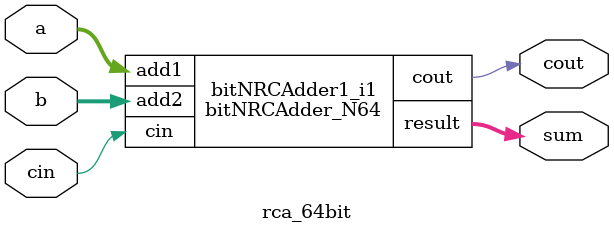
<source format=v>
/*
###############################################################
#  Generated by:      Cadence Encounter 14.26-s039_1
#  OS:                Linux x86_64(Host ID EEX052)
#  Generated on:      Fri Apr 23 23:17:04 2021
#  Design:            rca_64bit
#  Command:           saveNetlist results/rca_64bit.routed.v
###############################################################
*/
module bit1adder_0 (
	g, 
	p, 
	cin, 
	outbit, 
	count);
   input g;
   input p;
   input cin;
   output outbit;
   output count;

   // Internal wires
   wire n1;
   wire n2;
   wire n3;

   XOR2_X1 U3 (.Z(outbit),
	.B(cin),
	.A(p));
   OAI21_X1 U1 (.ZN(count),
	.B2(n2),
	.B1(n1),
	.A(n3));
   INV_X1 U2 (.ZN(n1),
	.A(p));
   INV_X1 U4 (.ZN(n2),
	.A(cin));
   INV_X1 U5 (.ZN(n3),
	.A(g));
endmodule

module bit1adder_1 (
	g, 
	p, 
	cin, 
	outbit, 
	count);
   input g;
   input p;
   input cin;
   output outbit;
   output count;

   // Internal wires
   wire n1;
   wire n2;
   wire n3;

   INV_X1 U1 (.ZN(n3),
	.A(p));
   OAI21_X1 U2 (.ZN(count),
	.B2(n3),
	.B1(n1),
	.A(n2));
   INV_X1 U3 (.ZN(n1),
	.A(cin));
   INV_X1 U4 (.ZN(n2),
	.A(g));
   XNOR2_X1 U5 (.ZN(outbit),
	.B(n3),
	.A(cin));
endmodule

module bit1adder_2 (
	g, 
	p, 
	cin, 
	outbit, 
	count);
   input g;
   input p;
   input cin;
   output outbit;
   output count;

   // Internal wires
   wire n3;
   wire n4;
   wire n5;

   OAI21_X1 U1 (.ZN(count),
	.B2(n3),
	.B1(cin),
	.A(n4));
   INV_X1 U2 (.ZN(n3),
	.A(p));
   INV_X1 U3 (.ZN(n4),
	.A(g));
   INV_X1 U5 (.ZN(n5),
	.A(cin));
   XNOR2_X1 U6 (.ZN(outbit),
	.B(n5),
	.A(n3));
endmodule

module bit1adder_3 (
	g, 
	p, 
	cin, 
	outbit, 
	count);
   input g;
   input p;
   input cin;
   output outbit;
   output count;

   XOR2_X1 U3 (.Z(outbit),
	.B(cin),
	.A(p));
   AOI21_X1 U2 (.ZN(count),
	.B2(p),
	.B1(cin),
	.A(g));
endmodule

module bit1adder_4 (
	g, 
	p, 
	cin, 
	outbit, 
	count);
   input g;
   input p;
   input cin;
   output outbit;
   output count;

   // Internal wires
   wire n1;
   wire n2;
   wire n3;

   XOR2_X1 U3 (.Z(outbit),
	.B(cin),
	.A(p));
   OAI21_X1 U1 (.ZN(count),
	.B2(n2),
	.B1(n1),
	.A(n3));
   INV_X1 U2 (.ZN(n1),
	.A(cin));
   INV_X1 U4 (.ZN(n2),
	.A(p));
   INV_X1 U5 (.ZN(n3),
	.A(g));
endmodule

module bit1adder_5 (
	g, 
	p, 
	cin, 
	outbit, 
	count);
   input g;
   input p;
   input cin;
   output outbit;
   output count;

   // Internal wires
   wire n3;

   AOI21_X1 U2 (.ZN(n3),
	.B2(p),
	.B1(cin),
	.A(g));
   XOR2_X1 U3 (.Z(outbit),
	.B(cin),
	.A(p));
   INV_X1 U4 (.ZN(count),
	.A(n3));
endmodule

module bit1adder_6 (
	g, 
	p, 
	cin, 
	outbit, 
	count);
   input g;
   input p;
   input cin;
   output outbit;
   output count;

   // Internal wires
   wire n1;
   wire n2;
   wire n3;

   XOR2_X1 U3 (.Z(outbit),
	.B(cin),
	.A(p));
   OAI21_X1 U1 (.ZN(count),
	.B2(n2),
	.B1(n1),
	.A(n3));
   INV_X1 U2 (.ZN(n1),
	.A(cin));
   INV_X1 U4 (.ZN(n2),
	.A(p));
   INV_X1 U5 (.ZN(n3),
	.A(g));
endmodule

module bit1adder_7 (
	g, 
	p, 
	cin, 
	outbit, 
	count);
   input g;
   input p;
   input cin;
   output outbit;
   output count;

   // Internal wires
   wire n3;

   AOI21_X1 U2 (.ZN(n3),
	.B2(p),
	.B1(cin),
	.A(g));
   XOR2_X1 U3 (.Z(outbit),
	.B(cin),
	.A(p));
   INV_X1 U4 (.ZN(count),
	.A(n3));
endmodule

module bit1adder_8 (
	g, 
	p, 
	cin, 
	outbit, 
	count);
   input g;
   input p;
   input cin;
   output outbit;
   output count;

   // Internal wires
   wire n1;
   wire n2;
   wire n3;

   XOR2_X1 U3 (.Z(outbit),
	.B(cin),
	.A(p));
   OAI21_X1 U1 (.ZN(count),
	.B2(n2),
	.B1(n1),
	.A(n3));
   INV_X1 U2 (.ZN(n1),
	.A(cin));
   INV_X1 U4 (.ZN(n2),
	.A(p));
   INV_X1 U5 (.ZN(n3),
	.A(g));
endmodule

module bit1adder_9 (
	g, 
	p, 
	cin, 
	outbit, 
	count);
   input g;
   input p;
   input cin;
   output outbit;
   output count;

   // Internal wires
   wire n3;

   AOI21_X1 U2 (.ZN(n3),
	.B2(p),
	.B1(cin),
	.A(g));
   XOR2_X1 U3 (.Z(outbit),
	.B(cin),
	.A(p));
   INV_X1 U4 (.ZN(count),
	.A(n3));
endmodule

module bit1adder_10 (
	g, 
	p, 
	cin, 
	outbit, 
	count);
   input g;
   input p;
   input cin;
   output outbit;
   output count;

   // Internal wires
   wire n1;
   wire n2;
   wire n3;

   XOR2_X1 U3 (.Z(outbit),
	.B(cin),
	.A(p));
   OAI21_X1 U1 (.ZN(count),
	.B2(n2),
	.B1(n1),
	.A(n3));
   INV_X1 U2 (.ZN(n1),
	.A(cin));
   INV_X1 U4 (.ZN(n2),
	.A(p));
   INV_X1 U5 (.ZN(n3),
	.A(g));
endmodule

module bit1adder_11 (
	g, 
	p, 
	cin, 
	outbit, 
	count);
   input g;
   input p;
   input cin;
   output outbit;
   output count;

   // Internal wires
   wire n3;

   AOI21_X1 U2 (.ZN(n3),
	.B2(p),
	.B1(cin),
	.A(g));
   XOR2_X1 U3 (.Z(outbit),
	.B(cin),
	.A(p));
   INV_X1 U4 (.ZN(count),
	.A(n3));
endmodule

module bit1adder_12 (
	g, 
	p, 
	cin, 
	outbit, 
	count);
   input g;
   input p;
   input cin;
   output outbit;
   output count;

   // Internal wires
   wire n1;
   wire n2;
   wire n3;

   XOR2_X1 U3 (.Z(outbit),
	.B(cin),
	.A(p));
   OAI21_X1 U1 (.ZN(count),
	.B2(n2),
	.B1(n1),
	.A(n3));
   INV_X1 U2 (.ZN(n1),
	.A(cin));
   INV_X1 U4 (.ZN(n2),
	.A(p));
   INV_X1 U5 (.ZN(n3),
	.A(g));
endmodule

module bit1adder_13 (
	g, 
	p, 
	cin, 
	outbit, 
	count);
   input g;
   input p;
   input cin;
   output outbit;
   output count;

   // Internal wires
   wire n3;

   XOR2_X1 U3 (.Z(outbit),
	.B(cin),
	.A(p));
   AOI21_X1 U2 (.ZN(n3),
	.B2(p),
	.B1(cin),
	.A(g));
   INV_X1 U4 (.ZN(count),
	.A(n3));
endmodule

module bit1adder_14 (
	g, 
	p, 
	cin, 
	outbit, 
	count);
   input g;
   input p;
   input cin;
   output outbit;
   output count;

   // Internal wires
   wire n1;
   wire n2;
   wire n3;

   XOR2_X1 U3 (.Z(outbit),
	.B(cin),
	.A(p));
   OAI21_X1 U1 (.ZN(count),
	.B2(n2),
	.B1(n1),
	.A(n3));
   INV_X1 U2 (.ZN(n1),
	.A(cin));
   INV_X1 U4 (.ZN(n2),
	.A(p));
   INV_X1 U5 (.ZN(n3),
	.A(g));
endmodule

module bit1adder_15 (
	g, 
	p, 
	cin, 
	outbit, 
	count);
   input g;
   input p;
   input cin;
   output outbit;
   output count;

   // Internal wires
   wire n3;

   AOI21_X1 U2 (.ZN(n3),
	.B2(p),
	.B1(cin),
	.A(g));
   XOR2_X1 U3 (.Z(outbit),
	.B(cin),
	.A(p));
   INV_X1 U4 (.ZN(count),
	.A(n3));
endmodule

module bit1adder_16 (
	g, 
	p, 
	cin, 
	outbit, 
	count);
   input g;
   input p;
   input cin;
   output outbit;
   output count;

   // Internal wires
   wire n1;

   XOR2_X1 U3 (.Z(outbit),
	.B(cin),
	.A(p));
   AOI21_X1 U1 (.ZN(n1),
	.B2(p),
	.B1(cin),
	.A(g));
   INV_X1 U2 (.ZN(count),
	.A(n1));
endmodule

module bit1adder_17 (
	g, 
	p, 
	cin, 
	outbit, 
	count);
   input g;
   input p;
   input cin;
   output outbit;
   output count;

   // Internal wires
   wire n3;

   AOI21_X1 U2 (.ZN(n3),
	.B2(p),
	.B1(cin),
	.A(g));
   XOR2_X1 U3 (.Z(outbit),
	.B(cin),
	.A(p));
   INV_X1 U4 (.ZN(count),
	.A(n3));
endmodule

module bit1adder_18 (
	g, 
	p, 
	cin, 
	outbit, 
	count);
   input g;
   input p;
   input cin;
   output outbit;
   output count;

   // Internal wires
   wire n3;

   XOR2_X1 U3 (.Z(outbit),
	.B(cin),
	.A(p));
   AOI21_X1 U2 (.ZN(n3),
	.B2(p),
	.B1(cin),
	.A(g));
   INV_X1 U4 (.ZN(count),
	.A(n3));
endmodule

module bit1adder_19 (
	g, 
	p, 
	cin, 
	outbit, 
	count);
   input g;
   input p;
   input cin;
   output outbit;
   output count;

   // Internal wires
   wire n3;

   AOI21_X1 U2 (.ZN(n3),
	.B2(p),
	.B1(cin),
	.A(g));
   XOR2_X1 U3 (.Z(outbit),
	.B(cin),
	.A(p));
   INV_X1 U4 (.ZN(count),
	.A(n3));
endmodule

module bit1adder_20 (
	g, 
	p, 
	cin, 
	outbit, 
	count);
   input g;
   input p;
   input cin;
   output outbit;
   output count;

   // Internal wires
   wire n3;

   AOI21_X1 U2 (.ZN(n3),
	.B2(p),
	.B1(cin),
	.A(g));
   XOR2_X1 U3 (.Z(outbit),
	.B(cin),
	.A(p));
   INV_X1 U4 (.ZN(count),
	.A(n3));
endmodule

module bit1adder_21 (
	g, 
	p, 
	cin, 
	outbit, 
	count);
   input g;
   input p;
   input cin;
   output outbit;
   output count;

   // Internal wires
   wire n3;

   AOI21_X1 U2 (.ZN(n3),
	.B2(p),
	.B1(cin),
	.A(g));
   XOR2_X1 U3 (.Z(outbit),
	.B(cin),
	.A(p));
   INV_X1 U4 (.ZN(count),
	.A(n3));
endmodule

module bit1adder_22 (
	g, 
	p, 
	cin, 
	outbit, 
	count);
   input g;
   input p;
   input cin;
   output outbit;
   output count;

   // Internal wires
   wire n3;

   AOI21_X1 U2 (.ZN(n3),
	.B2(p),
	.B1(cin),
	.A(g));
   XOR2_X1 U3 (.Z(outbit),
	.B(cin),
	.A(p));
   INV_X1 U4 (.ZN(count),
	.A(n3));
endmodule

module bit1adder_23 (
	g, 
	p, 
	cin, 
	outbit, 
	count);
   input g;
   input p;
   input cin;
   output outbit;
   output count;

   // Internal wires
   wire n3;

   XOR2_X1 U2 (.Z(outbit),
	.B(cin),
	.A(p));
   AOI21_X1 U3 (.ZN(n3),
	.B2(p),
	.B1(cin),
	.A(g));
   INV_X1 U4 (.ZN(count),
	.A(n3));
endmodule

module bit1adder_24 (
	g, 
	p, 
	cin, 
	outbit, 
	count);
   input g;
   input p;
   input cin;
   output outbit;
   output count;

   // Internal wires
   wire n3;

   AOI21_X1 U2 (.ZN(n3),
	.B2(p),
	.B1(cin),
	.A(g));
   XOR2_X1 U3 (.Z(outbit),
	.B(cin),
	.A(p));
   INV_X1 U4 (.ZN(count),
	.A(n3));
endmodule

module bit1adder_25 (
	g, 
	p, 
	cin, 
	outbit, 
	count);
   input g;
   input p;
   input cin;
   output outbit;
   output count;

   // Internal wires
   wire n3;

   AOI21_X1 U2 (.ZN(n3),
	.B2(p),
	.B1(cin),
	.A(g));
   XOR2_X1 U3 (.Z(outbit),
	.B(cin),
	.A(p));
   INV_X1 U4 (.ZN(count),
	.A(n3));
endmodule

module bit1adder_26 (
	g, 
	p, 
	cin, 
	outbit, 
	count);
   input g;
   input p;
   input cin;
   output outbit;
   output count;

   // Internal wires
   wire n3;

   AOI21_X1 U2 (.ZN(n3),
	.B2(p),
	.B1(cin),
	.A(g));
   XOR2_X1 U3 (.Z(outbit),
	.B(cin),
	.A(p));
   INV_X1 U4 (.ZN(count),
	.A(n3));
endmodule

module bit1adder_27 (
	g, 
	p, 
	cin, 
	outbit, 
	count);
   input g;
   input p;
   input cin;
   output outbit;
   output count;

   // Internal wires
   wire n3;

   AOI21_X1 U2 (.ZN(n3),
	.B2(p),
	.B1(cin),
	.A(g));
   XOR2_X1 U3 (.Z(outbit),
	.B(cin),
	.A(p));
   INV_X1 U4 (.ZN(count),
	.A(n3));
endmodule

module bit1adder_28 (
	g, 
	p, 
	cin, 
	outbit, 
	count);
   input g;
   input p;
   input cin;
   output outbit;
   output count;

   // Internal wires
   wire n3;

   XOR2_X1 U3 (.Z(outbit),
	.B(cin),
	.A(p));
   AOI21_X1 U2 (.ZN(n3),
	.B2(p),
	.B1(cin),
	.A(g));
   INV_X1 U4 (.ZN(count),
	.A(n3));
endmodule

module bit1adder_29 (
	g, 
	p, 
	cin, 
	outbit, 
	count);
   input g;
   input p;
   input cin;
   output outbit;
   output count;

   // Internal wires
   wire n3;

   AOI21_X1 U2 (.ZN(n3),
	.B2(p),
	.B1(cin),
	.A(g));
   XOR2_X1 U3 (.Z(outbit),
	.B(cin),
	.A(p));
   INV_X1 U4 (.ZN(count),
	.A(n3));
endmodule

module bit1adder_30 (
	g, 
	p, 
	cin, 
	outbit, 
	count);
   input g;
   input p;
   input cin;
   output outbit;
   output count;

   // Internal wires
   wire n3;

   AOI21_X1 U2 (.ZN(n3),
	.B2(p),
	.B1(cin),
	.A(g));
   XOR2_X1 U3 (.Z(outbit),
	.B(cin),
	.A(p));
   INV_X1 U4 (.ZN(count),
	.A(n3));
endmodule

module bit1adder_31 (
	g, 
	p, 
	cin, 
	outbit, 
	count);
   input g;
   input p;
   input cin;
   output outbit;
   output count;

   // Internal wires
   wire n3;

   AOI21_X1 U2 (.ZN(n3),
	.B2(p),
	.B1(cin),
	.A(g));
   XOR2_X1 U3 (.Z(outbit),
	.B(cin),
	.A(p));
   INV_X1 U4 (.ZN(count),
	.A(n3));
endmodule

module bit1adder_32 (
	g, 
	p, 
	cin, 
	outbit, 
	count);
   input g;
   input p;
   input cin;
   output outbit;
   output count;

   // Internal wires
   wire n3;

   AOI21_X1 U2 (.ZN(n3),
	.B2(p),
	.B1(cin),
	.A(g));
   XOR2_X1 U3 (.Z(outbit),
	.B(cin),
	.A(p));
   INV_X1 U4 (.ZN(count),
	.A(n3));
endmodule

module bit1adder_33 (
	g, 
	p, 
	cin, 
	outbit, 
	count);
   input g;
   input p;
   input cin;
   output outbit;
   output count;

   // Internal wires
   wire n3;

   AOI21_X1 U2 (.ZN(n3),
	.B2(p),
	.B1(cin),
	.A(g));
   XOR2_X1 U3 (.Z(outbit),
	.B(cin),
	.A(p));
   INV_X1 U4 (.ZN(count),
	.A(n3));
endmodule

module bit1adder_34 (
	g, 
	p, 
	cin, 
	outbit, 
	count);
   input g;
   input p;
   input cin;
   output outbit;
   output count;

   // Internal wires
   wire n3;

   AOI21_X1 U2 (.ZN(n3),
	.B2(p),
	.B1(cin),
	.A(g));
   XOR2_X1 U3 (.Z(outbit),
	.B(cin),
	.A(p));
   INV_X1 U4 (.ZN(count),
	.A(n3));
endmodule

module bit1adder_35 (
	g, 
	p, 
	cin, 
	outbit, 
	count);
   input g;
   input p;
   input cin;
   output outbit;
   output count;

   // Internal wires
   wire n3;

   AOI21_X1 U2 (.ZN(n3),
	.B2(p),
	.B1(cin),
	.A(g));
   XOR2_X1 U3 (.Z(outbit),
	.B(cin),
	.A(p));
   INV_X1 U4 (.ZN(count),
	.A(n3));
endmodule

module bit1adder_36 (
	g, 
	p, 
	cin, 
	outbit, 
	count);
   input g;
   input p;
   input cin;
   output outbit;
   output count;

   // Internal wires
   wire n3;

   AOI21_X1 U2 (.ZN(n3),
	.B2(p),
	.B1(cin),
	.A(g));
   XOR2_X1 U3 (.Z(outbit),
	.B(cin),
	.A(p));
   INV_X1 U4 (.ZN(count),
	.A(n3));
endmodule

module bit1adder_37 (
	g, 
	p, 
	cin, 
	outbit, 
	count);
   input g;
   input p;
   input cin;
   output outbit;
   output count;

   // Internal wires
   wire n3;

   AOI21_X1 U2 (.ZN(n3),
	.B2(p),
	.B1(cin),
	.A(g));
   XOR2_X1 U3 (.Z(outbit),
	.B(cin),
	.A(p));
   INV_X1 U4 (.ZN(count),
	.A(n3));
endmodule

module bit1adder_38 (
	g, 
	p, 
	cin, 
	outbit, 
	count);
   input g;
   input p;
   input cin;
   output outbit;
   output count;

   // Internal wires
   wire n3;

   XOR2_X1 U3 (.Z(outbit),
	.B(cin),
	.A(p));
   AOI21_X1 U2 (.ZN(n3),
	.B2(p),
	.B1(cin),
	.A(g));
   INV_X1 U4 (.ZN(count),
	.A(n3));
endmodule

module bit1adder_39 (
	g, 
	p, 
	cin, 
	outbit, 
	count);
   input g;
   input p;
   input cin;
   output outbit;
   output count;

   // Internal wires
   wire n3;

   AOI21_X1 U2 (.ZN(n3),
	.B2(p),
	.B1(cin),
	.A(g));
   XOR2_X1 U3 (.Z(outbit),
	.B(cin),
	.A(p));
   INV_X1 U4 (.ZN(count),
	.A(n3));
endmodule

module bit1adder_40 (
	g, 
	p, 
	cin, 
	outbit, 
	count);
   input g;
   input p;
   input cin;
   output outbit;
   output count;

   // Internal wires
   wire n3;

   AOI21_X1 U2 (.ZN(n3),
	.B2(p),
	.B1(cin),
	.A(g));
   XOR2_X1 U3 (.Z(outbit),
	.B(cin),
	.A(p));
   INV_X1 U4 (.ZN(count),
	.A(n3));
endmodule

module bit1adder_41 (
	g, 
	p, 
	cin, 
	outbit, 
	count);
   input g;
   input p;
   input cin;
   output outbit;
   output count;

   // Internal wires
   wire n3;

   XOR2_X1 U3 (.Z(outbit),
	.B(cin),
	.A(p));
   AOI21_X1 U2 (.ZN(n3),
	.B2(p),
	.B1(cin),
	.A(g));
   INV_X1 U4 (.ZN(count),
	.A(n3));
endmodule

module bit1adder_42 (
	g, 
	p, 
	cin, 
	outbit, 
	count);
   input g;
   input p;
   input cin;
   output outbit;
   output count;

   // Internal wires
   wire n3;

   AOI21_X1 U2 (.ZN(n3),
	.B2(p),
	.B1(cin),
	.A(g));
   XOR2_X1 U3 (.Z(outbit),
	.B(cin),
	.A(p));
   INV_X1 U4 (.ZN(count),
	.A(n3));
endmodule

module bit1adder_43 (
	g, 
	p, 
	cin, 
	outbit, 
	count);
   input g;
   input p;
   input cin;
   output outbit;
   output count;

   // Internal wires
   wire n3;

   XOR2_X1 U3 (.Z(outbit),
	.B(cin),
	.A(p));
   AOI21_X1 U2 (.ZN(n3),
	.B2(p),
	.B1(cin),
	.A(g));
   INV_X1 U4 (.ZN(count),
	.A(n3));
endmodule

module bit1adder_44 (
	g, 
	p, 
	cin, 
	outbit, 
	count);
   input g;
   input p;
   input cin;
   output outbit;
   output count;

   // Internal wires
   wire n3;

   AOI21_X1 U2 (.ZN(n3),
	.B2(p),
	.B1(cin),
	.A(g));
   XOR2_X1 U3 (.Z(outbit),
	.B(cin),
	.A(p));
   INV_X1 U4 (.ZN(count),
	.A(n3));
endmodule

module bit1adder_45 (
	g, 
	p, 
	cin, 
	outbit, 
	count);
   input g;
   input p;
   input cin;
   output outbit;
   output count;

   // Internal wires
   wire n3;

   AOI21_X1 U2 (.ZN(n3),
	.B2(p),
	.B1(cin),
	.A(g));
   XOR2_X1 U3 (.Z(outbit),
	.B(cin),
	.A(p));
   INV_X1 U4 (.ZN(count),
	.A(n3));
endmodule

module bit1adder_46 (
	g, 
	p, 
	cin, 
	outbit, 
	count);
   input g;
   input p;
   input cin;
   output outbit;
   output count;

   // Internal wires
   wire n3;

   AOI21_X1 U2 (.ZN(n3),
	.B2(p),
	.B1(cin),
	.A(g));
   XOR2_X1 U3 (.Z(outbit),
	.B(cin),
	.A(p));
   INV_X1 U4 (.ZN(count),
	.A(n3));
endmodule

module bit1adder_47 (
	g, 
	p, 
	cin, 
	outbit, 
	count);
   input g;
   input p;
   input cin;
   output outbit;
   output count;

   // Internal wires
   wire n3;

   AOI21_X1 U2 (.ZN(n3),
	.B2(p),
	.B1(cin),
	.A(g));
   XOR2_X1 U3 (.Z(outbit),
	.B(cin),
	.A(p));
   INV_X1 U4 (.ZN(count),
	.A(n3));
endmodule

module bit1adder_48 (
	g, 
	p, 
	cin, 
	outbit, 
	count);
   input g;
   input p;
   input cin;
   output outbit;
   output count;

   // Internal wires
   wire n3;

   AOI21_X1 U2 (.ZN(n3),
	.B2(p),
	.B1(cin),
	.A(g));
   XOR2_X1 U3 (.Z(outbit),
	.B(cin),
	.A(p));
   INV_X1 U4 (.ZN(count),
	.A(n3));
endmodule

module bit1adder_49 (
	g, 
	p, 
	cin, 
	outbit, 
	count);
   input g;
   input p;
   input cin;
   output outbit;
   output count;

   // Internal wires
   wire n3;

   AOI21_X1 U2 (.ZN(n3),
	.B2(p),
	.B1(cin),
	.A(g));
   XOR2_X1 U3 (.Z(outbit),
	.B(cin),
	.A(p));
   INV_X1 U4 (.ZN(count),
	.A(n3));
endmodule

module bit1adder_50 (
	g, 
	p, 
	cin, 
	outbit, 
	count);
   input g;
   input p;
   input cin;
   output outbit;
   output count;

   // Internal wires
   wire n3;

   AOI21_X1 U2 (.ZN(n3),
	.B2(p),
	.B1(cin),
	.A(g));
   XOR2_X1 U3 (.Z(outbit),
	.B(cin),
	.A(p));
   INV_X1 U4 (.ZN(count),
	.A(n3));
endmodule

module bit1adder_51 (
	g, 
	p, 
	cin, 
	outbit, 
	count);
   input g;
   input p;
   input cin;
   output outbit;
   output count;

   // Internal wires
   wire n3;

   AOI21_X1 U2 (.ZN(n3),
	.B2(p),
	.B1(cin),
	.A(g));
   XOR2_X1 U3 (.Z(outbit),
	.B(cin),
	.A(p));
   INV_X1 U4 (.ZN(count),
	.A(n3));
endmodule

module bit1adder_52 (
	g, 
	p, 
	cin, 
	outbit, 
	count);
   input g;
   input p;
   input cin;
   output outbit;
   output count;

   // Internal wires
   wire n3;

   AOI21_X1 U2 (.ZN(n3),
	.B2(p),
	.B1(cin),
	.A(g));
   XOR2_X1 U3 (.Z(outbit),
	.B(cin),
	.A(p));
   INV_X1 U4 (.ZN(count),
	.A(n3));
endmodule

module bit1adder_53 (
	g, 
	p, 
	cin, 
	outbit, 
	count);
   input g;
   input p;
   input cin;
   output outbit;
   output count;

   // Internal wires
   wire n3;

   AOI21_X1 U2 (.ZN(n3),
	.B2(p),
	.B1(cin),
	.A(g));
   XOR2_X1 U3 (.Z(outbit),
	.B(cin),
	.A(p));
   INV_X1 U4 (.ZN(count),
	.A(n3));
endmodule

module bit1adder_54 (
	g, 
	p, 
	cin, 
	outbit, 
	count);
   input g;
   input p;
   input cin;
   output outbit;
   output count;

   // Internal wires
   wire n3;

   AOI21_X1 U2 (.ZN(n3),
	.B2(p),
	.B1(cin),
	.A(g));
   XOR2_X1 U3 (.Z(outbit),
	.B(cin),
	.A(p));
   INV_X1 U4 (.ZN(count),
	.A(n3));
endmodule

module bit1adder_55 (
	g, 
	p, 
	cin, 
	outbit, 
	count);
   input g;
   input p;
   input cin;
   output outbit;
   output count;

   // Internal wires
   wire n3;

   AOI21_X1 U2 (.ZN(n3),
	.B2(p),
	.B1(cin),
	.A(g));
   XOR2_X1 U3 (.Z(outbit),
	.B(cin),
	.A(p));
   INV_X1 U4 (.ZN(count),
	.A(n3));
endmodule

module bit1adder_56 (
	g, 
	p, 
	cin, 
	outbit, 
	count);
   input g;
   input p;
   input cin;
   output outbit;
   output count;

   // Internal wires
   wire n3;

   AOI21_X1 U2 (.ZN(n3),
	.B2(p),
	.B1(cin),
	.A(g));
   XOR2_X1 U3 (.Z(outbit),
	.B(cin),
	.A(p));
   INV_X1 U4 (.ZN(count),
	.A(n3));
endmodule

module bit1adder_57 (
	g, 
	p, 
	cin, 
	outbit, 
	count);
   input g;
   input p;
   input cin;
   output outbit;
   output count;

   // Internal wires
   wire n3;

   AOI21_X1 U2 (.ZN(n3),
	.B2(p),
	.B1(cin),
	.A(g));
   XOR2_X1 U3 (.Z(outbit),
	.B(cin),
	.A(p));
   INV_X1 U4 (.ZN(count),
	.A(n3));
endmodule

module bit1adder_58 (
	g, 
	p, 
	cin, 
	outbit, 
	count);
   input g;
   input p;
   input cin;
   output outbit;
   output count;

   // Internal wires
   wire n3;

   XOR2_X1 U3 (.Z(outbit),
	.B(cin),
	.A(p));
   AOI21_X1 U2 (.ZN(n3),
	.B2(p),
	.B1(cin),
	.A(g));
   INV_X1 U4 (.ZN(count),
	.A(n3));
endmodule

module bit1adder_59 (
	g, 
	p, 
	cin, 
	outbit, 
	count);
   input g;
   input p;
   input cin;
   output outbit;
   output count;

   // Internal wires
   wire n3;

   XOR2_X1 U3 (.Z(outbit),
	.B(cin),
	.A(p));
   AOI21_X1 U2 (.ZN(n3),
	.B2(p),
	.B1(cin),
	.A(g));
   INV_X1 U4 (.ZN(count),
	.A(n3));
endmodule

module bit1adder_60 (
	g, 
	p, 
	cin, 
	outbit, 
	count);
   input g;
   input p;
   input cin;
   output outbit;
   output count;

   // Internal wires
   wire n3;

   AOI21_X1 U2 (.ZN(n3),
	.B2(p),
	.B1(cin),
	.A(g));
   XOR2_X1 U3 (.Z(outbit),
	.B(cin),
	.A(p));
   INV_X1 U4 (.ZN(count),
	.A(n3));
endmodule

module bit1adder_61 (
	g, 
	p, 
	cin, 
	outbit, 
	count);
   input g;
   input p;
   input cin;
   output outbit;
   output count;

   // Internal wires
   wire n3;

   XOR2_X1 U3 (.Z(outbit),
	.B(cin),
	.A(p));
   AOI21_X1 U2 (.ZN(n3),
	.B2(p),
	.B1(cin),
	.A(g));
   INV_X1 U4 (.ZN(count),
	.A(n3));
endmodule

module bit1adder_62 (
	g, 
	p, 
	cin, 
	outbit, 
	count);
   input g;
   input p;
   input cin;
   output outbit;
   output count;

   // Internal wires
   wire n3;

   XOR2_X1 U3 (.Z(outbit),
	.B(cin),
	.A(p));
   AOI21_X1 U2 (.ZN(n3),
	.B2(p),
	.B1(cin),
	.A(g));
   INV_X1 U4 (.ZN(count),
	.A(n3));
endmodule

module bit1adder_63 (
	g, 
	p, 
	cin, 
	outbit, 
	count);
   input g;
   input p;
   input cin;
   output outbit;
   output count;

   // Internal wires
   wire n1;
   wire n2;
   wire n3;

   OAI21_X1 U1 (.ZN(count),
	.B2(n2),
	.B1(n1),
	.A(n3));
   INV_X1 U2 (.ZN(n1),
	.A(cin));
   INV_X1 U3 (.ZN(n2),
	.A(p));
   INV_X1 U4 (.ZN(n3),
	.A(g));
   XOR2_X1 U6 (.Z(outbit),
	.B(cin),
	.A(p));
endmodule

module bitNRCAdder_N64 (
	add1, 
	add2, 
	cin, 
	result, 
	cout);
   input [63:0] add1;
   input [63:0] add2;
   input cin;
   output [63:0] result;
   output cout;

   // Internal wires
   wire n1;
   wire n2;
   wire n3;
   wire n4;
   wire n5;
   wire [63:0] p;
   wire [63:0] g;
   wire [63:1] c_mid;

   bit1adder_0 block_0__bit1adder_module (.g(g[0]),
	.p(p[0]),
	.cin(cin),
	.outbit(result[0]),
	.count(c_mid[1]));
   bit1adder_63 block_1__bit1adder_module (.g(g[1]),
	.p(n1),
	.cin(c_mid[1]),
	.outbit(result[1]),
	.count(c_mid[2]));
   bit1adder_62 block_2__bit1adder_module (.g(g[2]),
	.p(p[2]),
	.cin(c_mid[2]),
	.outbit(result[2]),
	.count(c_mid[3]));
   bit1adder_61 block_3__bit1adder_module (.g(g[3]),
	.p(p[3]),
	.cin(c_mid[3]),
	.outbit(result[3]),
	.count(c_mid[4]));
   bit1adder_60 block_4__bit1adder_module (.g(g[4]),
	.p(p[4]),
	.cin(c_mid[4]),
	.outbit(result[4]),
	.count(c_mid[5]));
   bit1adder_59 block_5__bit1adder_module (.g(g[5]),
	.p(p[5]),
	.cin(c_mid[5]),
	.outbit(result[5]),
	.count(c_mid[6]));
   bit1adder_58 block_6__bit1adder_module (.g(g[6]),
	.p(p[6]),
	.cin(c_mid[6]),
	.outbit(result[6]),
	.count(c_mid[7]));
   bit1adder_57 block_7__bit1adder_module (.g(g[7]),
	.p(p[7]),
	.cin(c_mid[7]),
	.outbit(result[7]),
	.count(c_mid[8]));
   bit1adder_56 block_8__bit1adder_module (.g(g[8]),
	.p(p[8]),
	.cin(c_mid[8]),
	.outbit(result[8]),
	.count(c_mid[9]));
   bit1adder_55 block_9__bit1adder_module (.g(g[9]),
	.p(p[9]),
	.cin(c_mid[9]),
	.outbit(result[9]),
	.count(c_mid[10]));
   bit1adder_54 block_10__bit1adder_module (.g(g[10]),
	.p(p[10]),
	.cin(c_mid[10]),
	.outbit(result[10]),
	.count(c_mid[11]));
   bit1adder_53 block_11__bit1adder_module (.g(g[11]),
	.p(p[11]),
	.cin(c_mid[11]),
	.outbit(result[11]),
	.count(c_mid[12]));
   bit1adder_52 block_12__bit1adder_module (.g(g[12]),
	.p(p[12]),
	.cin(c_mid[12]),
	.outbit(result[12]),
	.count(c_mid[13]));
   bit1adder_51 block_13__bit1adder_module (.g(g[13]),
	.p(p[13]),
	.cin(c_mid[13]),
	.outbit(result[13]),
	.count(c_mid[14]));
   bit1adder_50 block_14__bit1adder_module (.g(g[14]),
	.p(p[14]),
	.cin(c_mid[14]),
	.outbit(result[14]),
	.count(c_mid[15]));
   bit1adder_49 block_15__bit1adder_module (.g(g[15]),
	.p(p[15]),
	.cin(c_mid[15]),
	.outbit(result[15]),
	.count(c_mid[16]));
   bit1adder_48 block_16__bit1adder_module (.g(g[16]),
	.p(p[16]),
	.cin(c_mid[16]),
	.outbit(result[16]),
	.count(c_mid[17]));
   bit1adder_47 block_17__bit1adder_module (.g(g[17]),
	.p(p[17]),
	.cin(c_mid[17]),
	.outbit(result[17]),
	.count(c_mid[18]));
   bit1adder_46 block_18__bit1adder_module (.g(g[18]),
	.p(p[18]),
	.cin(c_mid[18]),
	.outbit(result[18]),
	.count(c_mid[19]));
   bit1adder_45 block_19__bit1adder_module (.g(g[19]),
	.p(p[19]),
	.cin(c_mid[19]),
	.outbit(result[19]),
	.count(c_mid[20]));
   bit1adder_44 block_20__bit1adder_module (.g(g[20]),
	.p(p[20]),
	.cin(c_mid[20]),
	.outbit(result[20]),
	.count(c_mid[21]));
   bit1adder_43 block_21__bit1adder_module (.g(g[21]),
	.p(p[21]),
	.cin(c_mid[21]),
	.outbit(result[21]),
	.count(c_mid[22]));
   bit1adder_42 block_22__bit1adder_module (.g(g[22]),
	.p(p[22]),
	.cin(c_mid[22]),
	.outbit(result[22]),
	.count(c_mid[23]));
   bit1adder_41 block_23__bit1adder_module (.g(g[23]),
	.p(p[23]),
	.cin(c_mid[23]),
	.outbit(result[23]),
	.count(c_mid[24]));
   bit1adder_40 block_24__bit1adder_module (.g(g[24]),
	.p(p[24]),
	.cin(c_mid[24]),
	.outbit(result[24]),
	.count(c_mid[25]));
   bit1adder_39 block_25__bit1adder_module (.g(g[25]),
	.p(p[25]),
	.cin(c_mid[25]),
	.outbit(result[25]),
	.count(c_mid[26]));
   bit1adder_38 block_26__bit1adder_module (.g(g[26]),
	.p(p[26]),
	.cin(c_mid[26]),
	.outbit(result[26]),
	.count(c_mid[27]));
   bit1adder_37 block_27__bit1adder_module (.g(g[27]),
	.p(p[27]),
	.cin(c_mid[27]),
	.outbit(result[27]),
	.count(c_mid[28]));
   bit1adder_36 block_28__bit1adder_module (.g(g[28]),
	.p(p[28]),
	.cin(c_mid[28]),
	.outbit(result[28]),
	.count(c_mid[29]));
   bit1adder_35 block_29__bit1adder_module (.g(g[29]),
	.p(p[29]),
	.cin(c_mid[29]),
	.outbit(result[29]),
	.count(c_mid[30]));
   bit1adder_34 block_30__bit1adder_module (.g(g[30]),
	.p(p[30]),
	.cin(c_mid[30]),
	.outbit(result[30]),
	.count(c_mid[31]));
   bit1adder_33 block_31__bit1adder_module (.g(g[31]),
	.p(p[31]),
	.cin(c_mid[31]),
	.outbit(result[31]),
	.count(c_mid[32]));
   bit1adder_32 block_32__bit1adder_module (.g(g[32]),
	.p(p[32]),
	.cin(c_mid[32]),
	.outbit(result[32]),
	.count(c_mid[33]));
   bit1adder_31 block_33__bit1adder_module (.g(g[33]),
	.p(p[33]),
	.cin(c_mid[33]),
	.outbit(result[33]),
	.count(c_mid[34]));
   bit1adder_30 block_34__bit1adder_module (.g(g[34]),
	.p(p[34]),
	.cin(c_mid[34]),
	.outbit(result[34]),
	.count(c_mid[35]));
   bit1adder_29 block_35__bit1adder_module (.g(g[35]),
	.p(p[35]),
	.cin(c_mid[35]),
	.outbit(result[35]),
	.count(c_mid[36]));
   bit1adder_28 block_36__bit1adder_module (.g(g[36]),
	.p(p[36]),
	.cin(c_mid[36]),
	.outbit(result[36]),
	.count(c_mid[37]));
   bit1adder_27 block_37__bit1adder_module (.g(g[37]),
	.p(p[37]),
	.cin(c_mid[37]),
	.outbit(result[37]),
	.count(c_mid[38]));
   bit1adder_26 block_38__bit1adder_module (.g(g[38]),
	.p(p[38]),
	.cin(c_mid[38]),
	.outbit(result[38]),
	.count(c_mid[39]));
   bit1adder_25 block_39__bit1adder_module (.g(g[39]),
	.p(p[39]),
	.cin(c_mid[39]),
	.outbit(result[39]),
	.count(c_mid[40]));
   bit1adder_24 block_40__bit1adder_module (.g(g[40]),
	.p(p[40]),
	.cin(c_mid[40]),
	.outbit(result[40]),
	.count(c_mid[41]));
   bit1adder_23 block_41__bit1adder_module (.g(g[41]),
	.p(p[41]),
	.cin(c_mid[41]),
	.outbit(result[41]),
	.count(c_mid[42]));
   bit1adder_22 block_42__bit1adder_module (.g(g[42]),
	.p(p[42]),
	.cin(c_mid[42]),
	.outbit(result[42]),
	.count(c_mid[43]));
   bit1adder_21 block_43__bit1adder_module (.g(g[43]),
	.p(p[43]),
	.cin(c_mid[43]),
	.outbit(result[43]),
	.count(c_mid[44]));
   bit1adder_20 block_44__bit1adder_module (.g(g[44]),
	.p(p[44]),
	.cin(c_mid[44]),
	.outbit(result[44]),
	.count(c_mid[45]));
   bit1adder_19 block_45__bit1adder_module (.g(g[45]),
	.p(p[45]),
	.cin(c_mid[45]),
	.outbit(result[45]),
	.count(c_mid[46]));
   bit1adder_18 block_46__bit1adder_module (.g(g[46]),
	.p(p[46]),
	.cin(c_mid[46]),
	.outbit(result[46]),
	.count(c_mid[47]));
   bit1adder_17 block_47__bit1adder_module (.g(g[47]),
	.p(p[47]),
	.cin(c_mid[47]),
	.outbit(result[47]),
	.count(c_mid[48]));
   bit1adder_16 block_48__bit1adder_module (.g(g[48]),
	.p(p[48]),
	.cin(c_mid[48]),
	.outbit(result[48]),
	.count(c_mid[49]));
   bit1adder_15 block_49__bit1adder_module (.g(g[49]),
	.p(p[49]),
	.cin(c_mid[49]),
	.outbit(result[49]),
	.count(c_mid[50]));
   bit1adder_14 block_50__bit1adder_module (.g(g[50]),
	.p(p[50]),
	.cin(c_mid[50]),
	.outbit(result[50]),
	.count(c_mid[51]));
   bit1adder_13 block_51__bit1adder_module (.g(g[51]),
	.p(p[51]),
	.cin(c_mid[51]),
	.outbit(result[51]),
	.count(c_mid[52]));
   bit1adder_12 block_52__bit1adder_module (.g(g[52]),
	.p(p[52]),
	.cin(c_mid[52]),
	.outbit(result[52]),
	.count(c_mid[53]));
   bit1adder_11 block_53__bit1adder_module (.g(g[53]),
	.p(p[53]),
	.cin(c_mid[53]),
	.outbit(result[53]),
	.count(c_mid[54]));
   bit1adder_10 block_54__bit1adder_module (.g(g[54]),
	.p(p[54]),
	.cin(c_mid[54]),
	.outbit(result[54]),
	.count(c_mid[55]));
   bit1adder_9 block_55__bit1adder_module (.g(g[55]),
	.p(p[55]),
	.cin(c_mid[55]),
	.outbit(result[55]),
	.count(c_mid[56]));
   bit1adder_8 block_56__bit1adder_module (.g(g[56]),
	.p(p[56]),
	.cin(c_mid[56]),
	.outbit(result[56]),
	.count(c_mid[57]));
   bit1adder_7 block_57__bit1adder_module (.g(g[57]),
	.p(p[57]),
	.cin(c_mid[57]),
	.outbit(result[57]),
	.count(c_mid[58]));
   bit1adder_6 block_58__bit1adder_module (.g(g[58]),
	.p(p[58]),
	.cin(c_mid[58]),
	.outbit(result[58]),
	.count(c_mid[59]));
   bit1adder_5 block_59__bit1adder_module (.g(g[59]),
	.p(p[59]),
	.cin(c_mid[59]),
	.outbit(result[59]),
	.count(c_mid[60]));
   bit1adder_4 block_60__bit1adder_module (.g(g[60]),
	.p(p[60]),
	.cin(c_mid[60]),
	.outbit(result[60]),
	.count(c_mid[61]));
   bit1adder_3 block_61__bit1adder_module (.g(g[61]),
	.p(p[61]),
	.cin(c_mid[61]),
	.outbit(result[61]),
	.count(c_mid[62]));
   bit1adder_2 block_62__bit1adder_module (.g(g[62]),
	.p(p[62]),
	.cin(c_mid[62]),
	.outbit(result[62]),
	.count(c_mid[63]));
   bit1adder_1 block_63__bit1adder_module (.g(g[63]),
	.p(p[63]),
	.cin(c_mid[63]),
	.outbit(result[63]),
	.count(cout));
   XOR2_X1 U65 (.Z(p[9]),
	.B(add1[9]),
	.A(add2[9]));
   XOR2_X1 U66 (.Z(p[8]),
	.B(add1[8]),
	.A(add2[8]));
   XOR2_X1 U67 (.Z(p[7]),
	.B(add1[7]),
	.A(add2[7]));
   XOR2_X1 U68 (.Z(p[6]),
	.B(add1[6]),
	.A(add2[6]));
   XOR2_X1 U69 (.Z(p[63]),
	.B(add1[63]),
	.A(add2[63]));
   XOR2_X1 U70 (.Z(p[62]),
	.B(add1[62]),
	.A(add2[62]));
   XOR2_X1 U71 (.Z(p[61]),
	.B(add1[61]),
	.A(add2[61]));
   XOR2_X1 U72 (.Z(p[60]),
	.B(add1[60]),
	.A(add2[60]));
   XOR2_X1 U73 (.Z(p[5]),
	.B(add1[5]),
	.A(add2[5]));
   XOR2_X1 U74 (.Z(p[59]),
	.B(add1[59]),
	.A(add2[59]));
   XOR2_X1 U75 (.Z(p[58]),
	.B(add1[58]),
	.A(add2[58]));
   XOR2_X1 U76 (.Z(p[57]),
	.B(add1[57]),
	.A(add2[57]));
   XOR2_X1 U77 (.Z(p[56]),
	.B(add1[56]),
	.A(add2[56]));
   XOR2_X1 U78 (.Z(p[55]),
	.B(add1[55]),
	.A(add2[55]));
   XOR2_X1 U79 (.Z(p[54]),
	.B(add1[54]),
	.A(add2[54]));
   XOR2_X1 U80 (.Z(p[53]),
	.B(add1[53]),
	.A(add2[53]));
   XOR2_X1 U81 (.Z(p[52]),
	.B(add1[52]),
	.A(add2[52]));
   XOR2_X1 U82 (.Z(p[51]),
	.B(add1[51]),
	.A(add2[51]));
   XOR2_X1 U83 (.Z(p[50]),
	.B(add1[50]),
	.A(add2[50]));
   XOR2_X1 U84 (.Z(p[4]),
	.B(add1[4]),
	.A(add2[4]));
   XOR2_X1 U85 (.Z(p[49]),
	.B(add1[49]),
	.A(add2[49]));
   XOR2_X1 U86 (.Z(p[48]),
	.B(add1[48]),
	.A(add2[48]));
   XOR2_X1 U87 (.Z(p[47]),
	.B(add1[47]),
	.A(add2[47]));
   XOR2_X1 U88 (.Z(p[46]),
	.B(add1[46]),
	.A(add2[46]));
   XOR2_X1 U89 (.Z(p[45]),
	.B(add1[45]),
	.A(add2[45]));
   XOR2_X1 U90 (.Z(p[44]),
	.B(add1[44]),
	.A(add2[44]));
   XOR2_X1 U91 (.Z(p[43]),
	.B(add1[43]),
	.A(add2[43]));
   XOR2_X1 U92 (.Z(p[42]),
	.B(add1[42]),
	.A(add2[42]));
   XOR2_X1 U93 (.Z(p[41]),
	.B(add1[41]),
	.A(add2[41]));
   XOR2_X1 U94 (.Z(p[40]),
	.B(add1[40]),
	.A(add2[40]));
   XOR2_X1 U95 (.Z(p[3]),
	.B(add1[3]),
	.A(add2[3]));
   XOR2_X1 U96 (.Z(p[39]),
	.B(add1[39]),
	.A(add2[39]));
   XOR2_X1 U97 (.Z(p[38]),
	.B(add1[38]),
	.A(add2[38]));
   XOR2_X1 U98 (.Z(p[37]),
	.B(add1[37]),
	.A(add2[37]));
   XOR2_X1 U99 (.Z(p[36]),
	.B(add1[36]),
	.A(add2[36]));
   XOR2_X1 U100 (.Z(p[35]),
	.B(add1[35]),
	.A(add2[35]));
   XOR2_X1 U101 (.Z(p[34]),
	.B(add1[34]),
	.A(add2[34]));
   XOR2_X1 U102 (.Z(p[33]),
	.B(add1[33]),
	.A(add2[33]));
   XOR2_X1 U103 (.Z(p[32]),
	.B(add1[32]),
	.A(add2[32]));
   XOR2_X1 U104 (.Z(p[31]),
	.B(add1[31]),
	.A(add2[31]));
   XOR2_X1 U105 (.Z(p[30]),
	.B(add1[30]),
	.A(add2[30]));
   XOR2_X1 U106 (.Z(p[2]),
	.B(add1[2]),
	.A(add2[2]));
   XOR2_X1 U107 (.Z(p[29]),
	.B(add1[29]),
	.A(add2[29]));
   XOR2_X1 U108 (.Z(p[28]),
	.B(add1[28]),
	.A(add2[28]));
   XOR2_X1 U109 (.Z(p[27]),
	.B(add1[27]),
	.A(add2[27]));
   XOR2_X1 U110 (.Z(p[26]),
	.B(add1[26]),
	.A(add2[26]));
   XOR2_X1 U111 (.Z(p[25]),
	.B(add1[25]),
	.A(add2[25]));
   XOR2_X1 U112 (.Z(p[24]),
	.B(add1[24]),
	.A(add2[24]));
   XOR2_X1 U113 (.Z(p[23]),
	.B(add1[23]),
	.A(add2[23]));
   XOR2_X1 U114 (.Z(p[22]),
	.B(add1[22]),
	.A(add2[22]));
   XOR2_X1 U115 (.Z(p[21]),
	.B(add1[21]),
	.A(add2[21]));
   XOR2_X1 U116 (.Z(p[20]),
	.B(add1[20]),
	.A(add2[20]));
   XOR2_X1 U118 (.Z(p[19]),
	.B(add1[19]),
	.A(add2[19]));
   XOR2_X1 U119 (.Z(p[18]),
	.B(add1[18]),
	.A(add2[18]));
   XOR2_X1 U120 (.Z(p[17]),
	.B(add1[17]),
	.A(add2[17]));
   XOR2_X1 U121 (.Z(p[16]),
	.B(add1[16]),
	.A(add2[16]));
   XOR2_X1 U122 (.Z(p[15]),
	.B(add1[15]),
	.A(add2[15]));
   XOR2_X1 U123 (.Z(p[14]),
	.B(add1[14]),
	.A(add2[14]));
   XOR2_X1 U124 (.Z(p[13]),
	.B(add1[13]),
	.A(add2[13]));
   XOR2_X1 U125 (.Z(p[12]),
	.B(add1[12]),
	.A(add2[12]));
   XOR2_X1 U126 (.Z(p[11]),
	.B(add1[11]),
	.A(add2[11]));
   XOR2_X1 U127 (.Z(p[10]),
	.B(add1[10]),
	.A(add2[10]));
   AND2_X1 U4 (.ZN(g[0]),
	.A2(add1[0]),
	.A1(add2[0]));
   AND2_X1 U5 (.ZN(g[50]),
	.A2(add1[50]),
	.A1(add2[50]));
   AND2_X1 U6 (.ZN(g[52]),
	.A2(add1[52]),
	.A1(add2[52]));
   AND2_X1 U8 (.ZN(g[54]),
	.A2(add1[54]),
	.A1(add2[54]));
   AND2_X1 U9 (.ZN(g[58]),
	.A2(add1[58]),
	.A1(add2[58]));
   AND2_X1 U11 (.ZN(g[60]),
	.A2(add1[60]),
	.A1(add2[60]));
   INV_X1 U13 (.ZN(n3),
	.A(add1[0]));
   AND2_X1 U15 (.ZN(g[48]),
	.A2(add1[48]),
	.A1(add2[48]));
   AND2_X1 U16 (.ZN(g[51]),
	.A2(add1[51]),
	.A1(add2[51]));
   AND2_X1 U17 (.ZN(g[53]),
	.A2(add1[53]),
	.A1(add2[53]));
   AND2_X1 U18 (.ZN(g[62]),
	.A2(add1[62]),
	.A1(add2[62]));
   XOR2_X1 U19 (.Z(n1),
	.B(add1[1]),
	.A(add2[1]));
   NAND2_X1 U22 (.ZN(n5),
	.A2(add1[0]),
	.A1(n2));
   INV_X1 U29 (.ZN(n2),
	.A(add2[0]));
   NAND2_X1 U31 (.ZN(n4),
	.A2(add2[0]),
	.A1(n3));
   NAND2_X1 U34 (.ZN(p[0]),
	.A2(n5),
	.A1(n4));
   AND2_X1 U42 (.ZN(g[5]),
	.A2(add1[5]),
	.A1(add2[5]));
   AND2_X1 U53 (.ZN(g[37]),
	.A2(add1[37]),
	.A1(add2[37]));
   AND2_X1 U64 (.ZN(g[41]),
	.A2(add1[41]),
	.A1(add2[41]));
   AND2_X1 U117 (.ZN(g[56]),
	.A2(add1[56]),
	.A1(add2[56]));
   AND2_X1 U128 (.ZN(g[1]),
	.A2(add1[1]),
	.A1(add2[1]));
   AND2_X1 U129 (.ZN(g[6]),
	.A2(add1[6]),
	.A1(add2[6]));
   AND2_X1 U130 (.ZN(g[2]),
	.A2(add1[2]),
	.A1(add2[2]));
   AND2_X1 U131 (.ZN(g[3]),
	.A2(add1[3]),
	.A1(add2[3]));
   AND2_X1 U132 (.ZN(g[63]),
	.A2(add1[63]),
	.A1(add2[63]));
   AND2_X1 U20 (.ZN(g[4]),
	.A2(add1[4]),
	.A1(add2[4]));
   AND2_X1 U3 (.ZN(g[7]),
	.A2(add1[7]),
	.A1(add2[7]));
   AND2_X1 U2 (.ZN(g[8]),
	.A2(add1[8]),
	.A1(add2[8]));
   AND2_X1 U1 (.ZN(g[9]),
	.A2(add1[9]),
	.A1(add2[9]));
   AND2_X1 U63 (.ZN(g[10]),
	.A2(add1[10]),
	.A1(add2[10]));
   AND2_X1 U62 (.ZN(g[11]),
	.A2(add1[11]),
	.A1(add2[11]));
   AND2_X1 U61 (.ZN(g[12]),
	.A2(add1[12]),
	.A1(add2[12]));
   AND2_X1 U60 (.ZN(g[13]),
	.A2(add1[13]),
	.A1(add2[13]));
   AND2_X1 U59 (.ZN(g[14]),
	.A2(add1[14]),
	.A1(add2[14]));
   AND2_X1 U58 (.ZN(g[15]),
	.A2(add1[15]),
	.A1(add2[15]));
   AND2_X1 U57 (.ZN(g[16]),
	.A2(add1[16]),
	.A1(add2[16]));
   AND2_X1 U56 (.ZN(g[17]),
	.A2(add1[17]),
	.A1(add2[17]));
   AND2_X1 U55 (.ZN(g[18]),
	.A2(add1[18]),
	.A1(add2[18]));
   AND2_X1 U54 (.ZN(g[19]),
	.A2(add1[19]),
	.A1(add2[19]));
   AND2_X1 U52 (.ZN(g[20]),
	.A2(add1[20]),
	.A1(add2[20]));
   AND2_X1 U51 (.ZN(g[21]),
	.A2(add1[21]),
	.A1(add2[21]));
   AND2_X1 U50 (.ZN(g[22]),
	.A2(add1[22]),
	.A1(add2[22]));
   AND2_X1 U49 (.ZN(g[23]),
	.A2(add1[23]),
	.A1(add2[23]));
   AND2_X1 U48 (.ZN(g[24]),
	.A2(add1[24]),
	.A1(add2[24]));
   AND2_X1 U47 (.ZN(g[25]),
	.A2(add1[25]),
	.A1(add2[25]));
   AND2_X1 U46 (.ZN(g[26]),
	.A2(add1[26]),
	.A1(add2[26]));
   AND2_X1 U45 (.ZN(g[27]),
	.A2(add1[27]),
	.A1(add2[27]));
   AND2_X1 U44 (.ZN(g[28]),
	.A2(add1[28]),
	.A1(add2[28]));
   AND2_X1 U43 (.ZN(g[29]),
	.A2(add1[29]),
	.A1(add2[29]));
   AND2_X1 U41 (.ZN(g[30]),
	.A2(add1[30]),
	.A1(add2[30]));
   AND2_X1 U40 (.ZN(g[31]),
	.A2(add1[31]),
	.A1(add2[31]));
   AND2_X1 U39 (.ZN(g[32]),
	.A2(add1[32]),
	.A1(add2[32]));
   AND2_X1 U38 (.ZN(g[33]),
	.A2(add1[33]),
	.A1(add2[33]));
   AND2_X1 U37 (.ZN(g[34]),
	.A2(add1[34]),
	.A1(add2[34]));
   AND2_X1 U36 (.ZN(g[35]),
	.A2(add1[35]),
	.A1(add2[35]));
   AND2_X1 U35 (.ZN(g[36]),
	.A2(add1[36]),
	.A1(add2[36]));
   AND2_X1 U33 (.ZN(g[38]),
	.A2(add1[38]),
	.A1(add2[38]));
   AND2_X1 U32 (.ZN(g[39]),
	.A2(add1[39]),
	.A1(add2[39]));
   AND2_X1 U30 (.ZN(g[40]),
	.A2(add1[40]),
	.A1(add2[40]));
   AND2_X1 U28 (.ZN(g[42]),
	.A2(add1[42]),
	.A1(add2[42]));
   AND2_X1 U27 (.ZN(g[43]),
	.A2(add1[43]),
	.A1(add2[43]));
   AND2_X1 U26 (.ZN(g[44]),
	.A2(add1[44]),
	.A1(add2[44]));
   AND2_X1 U25 (.ZN(g[45]),
	.A2(add1[45]),
	.A1(add2[45]));
   AND2_X1 U24 (.ZN(g[46]),
	.A2(add1[46]),
	.A1(add2[46]));
   AND2_X1 U23 (.ZN(g[47]),
	.A2(add1[47]),
	.A1(add2[47]));
   AND2_X1 U21 (.ZN(g[49]),
	.A2(add1[49]),
	.A1(add2[49]));
   AND2_X1 U14 (.ZN(g[55]),
	.A2(add1[55]),
	.A1(add2[55]));
   AND2_X1 U12 (.ZN(g[57]),
	.A2(add1[57]),
	.A1(add2[57]));
   AND2_X1 U10 (.ZN(g[59]),
	.A2(add1[59]),
	.A1(add2[59]));
   AND2_X1 U7 (.ZN(g[61]),
	.A2(add1[61]),
	.A1(add2[61]));
endmodule

module rca_64bit (
	a, 
	b, 
	cin, 
	sum, 
	cout);
   input [63:0] a;
   input [63:0] b;
   input cin;
   output [63:0] sum;
   output cout;

   bitNRCAdder_N64 bitNRCAdder1_i1 (.add1(a),
	.add2(b),
	.cin(cin),
	.result(sum),
	.cout(cout));
endmodule


</source>
